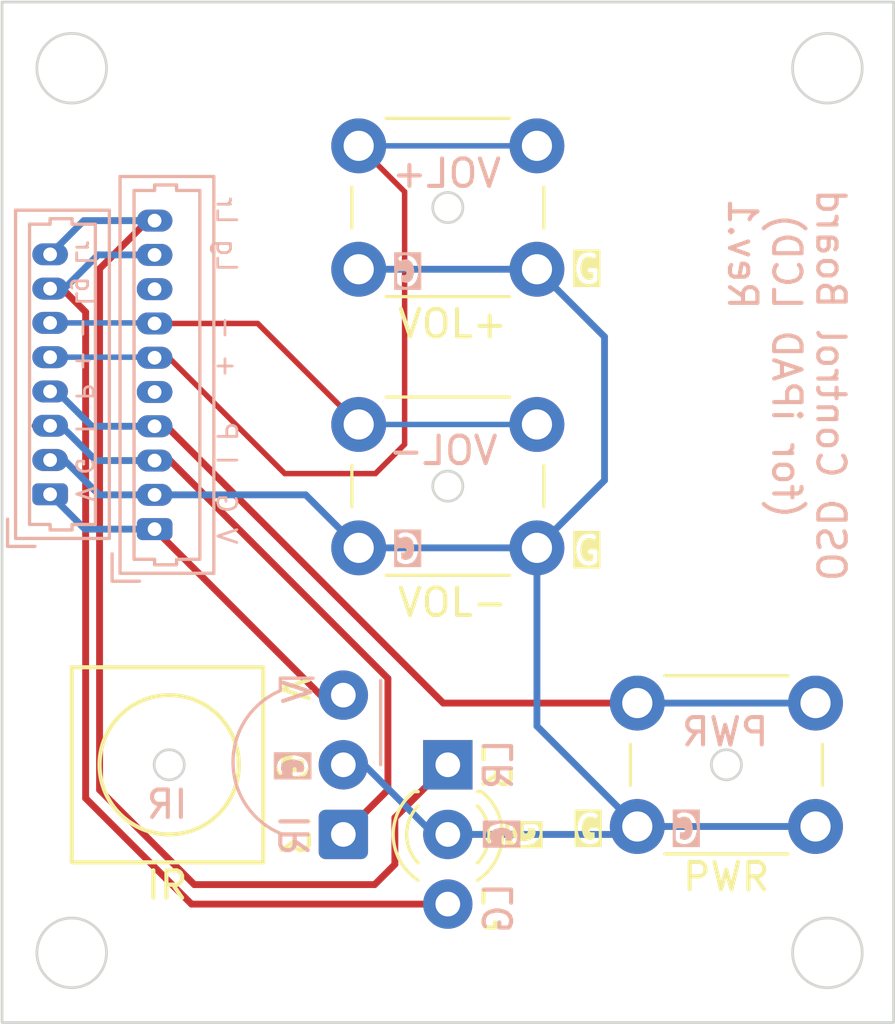
<source format=kicad_pcb>
(kicad_pcb (version 20221018) (generator pcbnew)
  (title_block (title "IPAD OSD Control Board") (rev "1"))
  (layers (0 "F.Cu" signal) (31 "B.Cu" signal) (34 "B.Paste" user) (35 "F.Paste" user) (36 "B.SilkS" user "B.Silkscreen") (37 "F.SilkS" user "F.Silkscreen") (38 "B.Mask" user) (39 "F.Mask" user) (44 "Edge.Cuts" user))
  (net 0 "")
  (net 1 "/LED_R")
  (net 2 "/GND")
  (net 3 "/LED_G")
  (net 4 "/VCC")
  (net 5 "/IR")
  (net 6 "/PWR")
  (net 7 "/VOL+")
  (net 8 "/VOL-")
  (footprint "Button_Switch_THT:SW_PUSH_6mm" (layer "F.Cu") (at 135.18 99.35)
    (fp_text reference "SW1" hide)
    (fp_text value "SW_Push" hide)
    (fp_line (start -0.25 1.5) (end -0.25 3) (stroke (width 0.12)) (layer "F.SilkS"))
    (fp_line (start 1 5.5) (end 5.5 5.5) (stroke (width 0.12)) (layer "F.SilkS"))
    (fp_line (start 5.5 -1) (end 1 -1) (stroke (width 0.12)) (layer "F.SilkS"))
    (fp_line (start 6.75 3) (end 6.75 1.5) (stroke (width 0.12)) (layer "F.SilkS"))
    (pad "1" thru_hole circle (at 0 0 90) (size 2 2) (drill 1.1) (layers "*.Cu" "*.Mask") (net 6 "/PWR"))
    (pad "1" thru_hole circle (at 6.5 0 90) (size 2 2) (drill 1.1) (layers "*.Cu" "*.Mask") (net 6 "/PWR"))
    (pad "2" thru_hole circle (at 0 4.5 90) (size 2 2) (drill 1.1) (layers "*.Cu" "*.Mask") (net 2 "/GND"))
    (pad "2" thru_hole circle (at 6.5 4.5 90) (size 2 2) (drill 1.1) (layers "*.Cu" "*.Mask") (net 2 "/GND"))
  )
  (footprint "Button_Switch_THT:SW_PUSH_6mm" (layer "F.Cu") (at 125.02 79.03)
    (fp_text reference "SW2" hide)
    (fp_text value "SW_Push" hide)
    (fp_line (start -0.25 1.5) (end -0.25 3) (stroke (width 0.12)) (layer "F.SilkS"))
    (fp_line (start 1 5.5) (end 5.5 5.5) (stroke (width 0.12)) (layer "F.SilkS"))
    (fp_line (start 5.5 -1) (end 1 -1) (stroke (width 0.12)) (layer "F.SilkS"))
    (fp_line (start 6.75 3) (end 6.75 1.5) (stroke (width 0.12)) (layer "F.SilkS"))
    (pad "1" thru_hole circle (at 0 0 90) (size 2 2) (drill 1.1) (layers "*.Cu" "*.Mask") (net 7 "/VOL+"))
    (pad "1" thru_hole circle (at 6.5 0 90) (size 2 2) (drill 1.1) (layers "*.Cu" "*.Mask") (net 7 "/VOL+"))
    (pad "2" thru_hole circle (at 0 4.5 90) (size 2 2) (drill 1.1) (layers "*.Cu" "*.Mask") (net 2 "/GND"))
    (pad "2" thru_hole circle (at 6.5 4.5 90) (size 2 2) (drill 1.1) (layers "*.Cu" "*.Mask") (net 2 "/GND"))
  )
  (footprint "LED_THT:LED_D3.0mm-3" (layer "F.Cu") (at 128.27 101.6 -90)
    (fp_text reference "D1" hide)
    (fp_text value "LED_Dual_AKA" hide)
    (fp_line (start 0.98 -1.236) (end 0.98 -1.08) (stroke (width 0.12)) (layer "F.SilkS"))
    (fp_line (start 0.98 1.08) (end 0.98 1.236) (stroke (width 0.12)) (layer "F.SilkS"))
    (fp_arc (start 0.98 -1.235516) (mid 2.636487 -1.987659) (end 4.212335 -1.078608) (stroke (width 0.12)) (layer "F.SilkS"))
    (fp_arc (start 1.499039 -1.08) (mid 2.540117 -1.5) (end 3.58113 -1.079837) (stroke (width 0.12)) (layer "F.SilkS"))
    (fp_arc (start 3.58113 1.079837) (mid 2.540117 1.5) (end 1.499039 1.08) (stroke (width 0.12)) (layer "F.SilkS"))
    (fp_arc (start 4.212335 1.078608) (mid 2.636487 1.987659) (end 0.98 1.235516) (stroke (width 0.12)) (layer "F.SilkS"))
    (pad "1" thru_hole rect (at 0 0 270) (size 1.8 1.8) (drill 0.9) (layers "*.Cu" "*.Mask") (net 1 "/LED_R"))
    (pad "2" thru_hole circle (at 2.54 0 270) (size 1.8 1.8) (drill 0.9) (layers "*.Cu" "*.Mask") (net 2 "/GND"))
    (pad "3" thru_hole circle (at 5.08 0 270) (size 1.8 1.8) (drill 0.9) (layers "*.Cu" "*.Mask") (net 3 "/LED_G"))
  )
  (footprint "Button_Switch_THT:SW_PUSH_6mm" (layer "F.Cu") (at 125.02 89.19)
    (fp_text reference "SW3" hide)
    (fp_text value "SW_Push" hide)
    (fp_line (start -0.25 1.5) (end -0.25 3) (stroke (width 0.12)) (layer "F.SilkS"))
    (fp_line (start 1 5.5) (end 5.5 5.5) (stroke (width 0.12)) (layer "F.SilkS"))
    (fp_line (start 5.5 -1) (end 1 -1) (stroke (width 0.12)) (layer "F.SilkS"))
    (fp_line (start 6.75 3) (end 6.75 1.5) (stroke (width 0.12)) (layer "F.SilkS"))
    (pad "1" thru_hole circle (at 0 0 90) (size 2 2) (drill 1.1) (layers "*.Cu" "*.Mask") (net 8 "/VOL-"))
    (pad "1" thru_hole circle (at 6.5 0 90) (size 2 2) (drill 1.1) (layers "*.Cu" "*.Mask") (net 8 "/VOL-"))
    (pad "2" thru_hole circle (at 0 4.5 90) (size 2 2) (drill 1.1) (layers "*.Cu" "*.Mask") (net 2 "/GND"))
    (pad "2" thru_hole circle (at 6.5 4.5 90) (size 2 2) (drill 1.1) (layers "*.Cu" "*.Mask") (net 2 "/GND"))
  )
  (footprint "Connector_Molex:Molex_PicoBlade_53047-1010_1x10_P1.25mm_Vertical" (layer "B.Cu") (at 117.5766 93.0069 90)
    (fp_text reference "J2" hide)
    (fp_text value "Conn_01x10_Pin" hide)
    (fp_line (start -1.9 -1.55) (end -1.9 -0.55) (stroke (width 0.12)) (layer "B.SilkS"))
    (fp_line (start -1.9 -1.55) (end -0.9 -1.55) (stroke (width 0.12)) (layer "B.SilkS"))
    (fp_line (start -1.61 -1.26) (end 12.86 -1.26) (stroke (width 0.12)) (layer "B.SilkS"))
    (fp_line (start -1.61 2.16) (end -1.61 -1.26) (stroke (width 0.12)) (layer "B.SilkS"))
    (fp_line (start -1.3 0) (end -1.3 0.8) (stroke (width 0.12)) (layer "B.SilkS"))
    (fp_line (start -1.3 0.8) (end -1.1 0.8) (stroke (width 0.12)) (layer "B.SilkS"))
    (fp_line (start -1.1 -0.75) (end -1.1 0) (stroke (width 0.12)) (layer "B.SilkS"))
    (fp_line (start -1.1 0) (end -1.3 0) (stroke (width 0.12)) (layer "B.SilkS"))
    (fp_line (start -1.1 0.8) (end -1.1 1.65) (stroke (width 0.12)) (layer "B.SilkS"))
    (fp_line (start -1.1 1.65) (end 5.625 1.65) (stroke (width 0.12)) (layer "B.SilkS"))
    (fp_line (start 5.625 -0.75) (end -1.1 -0.75) (stroke (width 0.12)) (layer "B.SilkS"))
    (fp_line (start 5.625 -0.75) (end 12.35 -0.75) (stroke (width 0.12)) (layer "B.SilkS"))
    (fp_line (start 12.35 -0.75) (end 12.35 0) (stroke (width 0.12)) (layer "B.SilkS"))
    (fp_line (start 12.35 0) (end 12.55 0) (stroke (width 0.12)) (layer "B.SilkS"))
    (fp_line (start 12.35 0.8) (end 12.35 1.65) (stroke (width 0.12)) (layer "B.SilkS"))
    (fp_line (start 12.35 1.65) (end 5.625 1.65) (stroke (width 0.12)) (layer "B.SilkS"))
    (fp_line (start 12.55 0) (end 12.55 0.8) (stroke (width 0.12)) (layer "B.SilkS"))
    (fp_line (start 12.55 0.8) (end 12.35 0.8) (stroke (width 0.12)) (layer "B.SilkS"))
    (fp_line (start 12.86 -1.26) (end 12.86 2.16) (stroke (width 0.12)) (layer "B.SilkS"))
    (fp_line (start 12.86 2.16) (end -1.61 2.16) (stroke (width 0.12)) (layer "B.SilkS"))
    (pad "1" thru_hole roundrect (at 0 0 90) (size 0.8 1.3) (drill 0.5) (layers "*.Cu" "*.Mask") (net 4 "/VCC"))
    (pad "2" thru_hole oval (at 1.25 0 90) (size 0.8 1.3) (drill 0.5) (layers "*.Cu" "*.Mask") (net 2 "/GND"))
    (pad "3" thru_hole oval (at 2.5 0 90) (size 0.8 1.3) (drill 0.5) (layers "*.Cu" "*.Mask") (net 5 "/IR"))
    (pad "4" thru_hole oval (at 3.75 0 90) (size 0.8 1.3) (drill 0.5) (layers "*.Cu" "*.Mask") (net 6 "/PWR"))
    (pad "5" thru_hole oval (at 5 0 90) (size 0.8 1.3) (drill 0.5) (layers "*.Cu" "*.Mask"))
    (pad "6" thru_hole oval (at 6.25 0 90) (size 0.8 1.3) (drill 0.5) (layers "*.Cu" "*.Mask") (net 7 "/VOL+"))
    (pad "7" thru_hole oval (at 7.5 0 90) (size 0.8 1.3) (drill 0.5) (layers "*.Cu" "*.Mask") (net 8 "/VOL-"))
    (pad "8" thru_hole oval (at 8.75 0 90) (size 0.8 1.3) (drill 0.5) (layers "*.Cu" "*.Mask"))
    (pad "9" thru_hole oval (at 10 0 90) (size 0.8 1.3) (drill 0.5) (layers "*.Cu" "*.Mask") (net 3 "/LED_G"))
    (pad "10" thru_hole oval (at 11.25 0 90) (size 0.8 1.3) (drill 0.5) (layers "*.Cu" "*.Mask") (net 1 "/LED_R"))
  )
  (footprint "OptoDevice:Vishay_MOLD-3Pin" (layer "B.Cu") (at 124.46 104.14 90)
    (fp_text reference "U1" hide)
    (fp_text value "TSOP41xx")
    (fp_line (start 0.04 -2.3) (end -0.18 -2.3) (stroke (width 0.12)) (layer "B.SilkS"))
    (fp_line (start 5.62 1.36) (end 2.54 1.36) (stroke (width 0.12)) (layer "B.SilkS"))
    (fp_line (start 5.7 -2.3) (end 5.24 -2.3) (stroke (width 0.12)) (layer "B.SilkS"))
    (fp_line (start 5.7 -2.3) (end 5.7 -1.1) (stroke (width 0.12)) (layer "B.SilkS"))
    (fp_arc (start 0.04 -2.3) (mid 2.64 -4.023119) (end 5.24 -2.3) (stroke (width 0.12)) (layer "B.SilkS"))
    (pad "1" thru_hole roundrect (at 0 0 90) (size 1.8 1.8) (drill 0.9) (layers "*.Cu" "*.Mask") (roundrect_rratio 0.138) (net 5 "/IR"))
    (pad "2" thru_hole circle (at 2.54 0 90) (size 1.8 1.8) (drill 0.9) (layers "*.Cu" "*.Mask") (net 2 "/GND"))
    (pad "3" thru_hole circle (at 5.08 0 90) (size 1.8 1.8) (drill 0.9) (layers "*.Cu" "*.Mask") (net 4 "/VCC"))
  )
  (footprint "Connector_Molex:Molex_PicoBlade_53047-0810_1x08_P1.25mm_Vertical" (layer "B.Cu") (at 113.7666 91.7369 90)
    (fp_text reference "J1" hide)
    (fp_text value "Conn_01x08_Pin" hide)
    (fp_line (start -1.9 -1.55) (end -1.9 -0.55) (stroke (width 0.12)) (layer "B.SilkS"))
    (fp_line (start -1.9 -1.55) (end -0.9 -1.55) (stroke (width 0.12)) (layer "B.SilkS"))
    (fp_line (start -1.61 -1.26) (end 10.36 -1.26) (stroke (width 0.12)) (layer "B.SilkS"))
    (fp_line (start -1.61 2.16) (end -1.61 -1.26) (stroke (width 0.12)) (layer "B.SilkS"))
    (fp_line (start -1.3 0) (end -1.3 0.8) (stroke (width 0.12)) (layer "B.SilkS"))
    (fp_line (start -1.3 0.8) (end -1.1 0.8) (stroke (width 0.12)) (layer "B.SilkS"))
    (fp_line (start -1.1 -0.75) (end -1.1 0) (stroke (width 0.12)) (layer "B.SilkS"))
    (fp_line (start -1.1 0) (end -1.3 0) (stroke (width 0.12)) (layer "B.SilkS"))
    (fp_line (start -1.1 0.8) (end -1.1 1.65) (stroke (width 0.12)) (layer "B.SilkS"))
    (fp_line (start -1.1 1.65) (end 4.375 1.65) (stroke (width 0.12)) (layer "B.SilkS"))
    (fp_line (start 4.375 -0.75) (end -1.1 -0.75) (stroke (width 0.12)) (layer "B.SilkS"))
    (fp_line (start 4.375 -0.75) (end 9.85 -0.75) (stroke (width 0.12)) (layer "B.SilkS"))
    (fp_line (start 9.85 -0.75) (end 9.85 0) (stroke (width 0.12)) (layer "B.SilkS"))
    (fp_line (start 9.85 0) (end 10.05 0) (stroke (width 0.12)) (layer "B.SilkS"))
    (fp_line (start 9.85 0.8) (end 9.85 1.65) (stroke (width 0.12)) (layer "B.SilkS"))
    (fp_line (start 9.85 1.65) (end 4.375 1.65) (stroke (width 0.12)) (layer "B.SilkS"))
    (fp_line (start 10.05 0) (end 10.05 0.8) (stroke (width 0.12)) (layer "B.SilkS"))
    (fp_line (start 10.05 0.8) (end 9.85 0.8) (stroke (width 0.12)) (layer "B.SilkS"))
    (fp_line (start 10.36 -1.26) (end 10.36 2.16) (stroke (width 0.12)) (layer "B.SilkS"))
    (fp_line (start 10.36 2.16) (end -1.61 2.16) (stroke (width 0.12)) (layer "B.SilkS"))
    (pad "1" thru_hole roundrect (at 0 0 90) (size 0.8 1.3) (drill 0.5) (layers "*.Cu" "*.Mask") (net 4 "/VCC"))
    (pad "2" thru_hole oval (at 1.25 0 90) (size 0.8 1.3) (drill 0.5) (layers "*.Cu" "*.Mask") (net 2 "/GND"))
    (pad "3" thru_hole oval (at 2.5 0 90) (size 0.8 1.3) (drill 0.5) (layers "*.Cu" "*.Mask") (net 5 "/IR"))
    (pad "4" thru_hole oval (at 3.75 0 90) (size 0.8 1.3) (drill 0.5) (layers "*.Cu" "*.Mask") (net 6 "/PWR"))
    (pad "5" thru_hole oval (at 5 0 90) (size 0.8 1.3) (drill 0.5) (layers "*.Cu" "*.Mask") (net 7 "/VOL+"))
    (pad "6" thru_hole oval (at 6.25 0 90) (size 0.8 1.3) (drill 0.5) (layers "*.Cu" "*.Mask") (net 8 "/VOL-"))
    (pad "7" thru_hole oval (at 7.5 0 90) (size 0.8 1.3) (drill 0.5) (layers "*.Cu" "*.Mask") (net 3 "/LED_G"))
    (pad "8" thru_hole oval (at 8.75 0 90) (size 0.8 1.3) (drill 0.5) (layers "*.Cu" "*.Mask") (net 1 "/LED_R"))
  )
  (gr_rect (start 114.554 98.044) (end 121.539 105.156) (stroke (width 0.15)) (fill none) (layer "F.SilkS"))
  (gr_circle (center 118.11 101.6) (end 120.65 101.6) (stroke (width 0.15)) (fill none) (layer "F.SilkS"))
  (gr_circle (center 114.554 108.458) (end 115.824 108.458) (stroke (width 0.1)) (fill none) (layer "Edge.Cuts"))
  (gr_circle (center 128.27 81.28) (end 128.82 81.28) (stroke (width 0.1)) (fill none) (layer "Edge.Cuts"))
  (gr_circle (center 142.113 76.2) (end 143.383 76.2) (stroke (width 0.1)) (fill none) (layer "Edge.Cuts"))
  (gr_circle (center 128.27 91.44) (end 128.82 91.44) (stroke (width 0.1)) (fill none) (layer "Edge.Cuts"))
  (gr_circle (center 118.11 101.6) (end 118.66 101.6) (stroke (width 0.1)) (fill none) (layer "Edge.Cuts"))
  (gr_circle (center 114.554 76.2) (end 115.824 76.2) (stroke (width 0.1)) (fill none) (layer "Edge.Cuts"))
  (gr_circle (center 142.113 108.458) (end 143.383 108.458) (stroke (width 0.1)) (fill none) (layer "Edge.Cuts"))
  (gr_circle (center 138.43 101.6) (end 138.98 101.6) (stroke (width 0.1)) (fill none) (layer "Edge.Cuts"))
  (gr_rect (start 112.014 73.787) (end 144.526 110.998) (stroke (width 0.1)) (fill none) (layer "Edge.Cuts"))
  (gr_text "VOL-" (at 130.175 90.7288) (layer "B.SilkS") (effects (font (size 1 1)) (justify left bottom mirror)))
  (gr_text "LR" (at 130.7084 100.584 90) (layer "B.SilkS") (effects (font (size 1 1)) (justify left bottom mirror)))
  (gr_text "OSD Control Board\n   (for iPAD LCD)\n             Rev.1" (at 138.43 94.996 270) (layer "B.SilkS") (effects (font (size 1 1)) (justify left bottom mirror)))
  (gr_text "V G  I  P + - Lg Lr" (at 114.6556 92.0496 270) (layer "B.SilkS") (effects (font (size 0.6 0.6) (thickness 0.1)) (justify left bottom mirror)))
  (gr_text "IR" (at 123.2916 103.3272 90) (layer "B.SilkS") (effects (font (size 1 1)) (justify left bottom mirror)))
  (gr_text "V G  I P   + -   Lg Lr" (at 119.7864 93.6244 270) (layer "B.SilkS") (effects (font (size 0.7 0.7) (thickness 0.1)) (justify left bottom mirror)))
  (gr_text "G" (at 137.5664 104.5464) (layer "B.SilkS" knockout) (effects (font (size 1 1)) (justify left bottom mirror)))
  (gr_text "G" (at 130.8608 103.5304 90) (layer "B.SilkS" knockout) (effects (font (size 1 1)) (justify left bottom mirror)))
  (gr_text "PWR" (at 140.0556 100.9904) (layer "B.SilkS") (effects (font (size 1 1)) (justify left bottom mirror)))
  (gr_text "G" (at 127.4064 94.3356) (layer "B.SilkS" knockout) (effects (font (size 1 1)) (justify left bottom mirror)))
  (gr_text "VOL+" (at 130.302 80.6196) (layer "B.SilkS") (effects (font (size 1 1)) (justify left bottom mirror)))
  (gr_text "LG" (at 130.7084 105.8164 90) (layer "B.SilkS") (effects (font (size 1 1)) (justify left bottom mirror)))
  (gr_text "G" (at 127.4064 84.2264) (layer "B.SilkS" knockout) (effects (font (size 1 1)) (justify left bottom mirror)))
  (gr_text "V" (at 123.3932 99.4664 90) (layer "B.SilkS") (effects (font (size 1 1)) (justify left bottom)))
  (gr_text "IR" (at 118.872 103.632) (layer "B.SilkS") (effects (font (size 1 1)) (justify left bottom mirror)))
  (gr_text "G" (at 123.2408 101.0412 90) (layer "B.SilkS" knockout) (effects (font (size 1 1)) (justify left bottom mirror)))
  (gr_text "V" (at 122.0724 99.3648 -90) (layer "F.SilkS") (effects (font (size 1 1)) (justify left bottom mirror)))
  (gr_text "G" (at 132.7404 84.1248) (layer "F.SilkS" knockout) (effects (font (size 1 1)) (justify left bottom)))
  (gr_text "G" (at 131.6736 104.7496 90) (layer "F.SilkS" knockout) (effects (font (size 1 1)) (justify left bottom)))
  (gr_text "LR" (at 129.4384 100.584 -90) (layer "F.SilkS") (effects (font (size 1 1)) (justify left bottom)))
  (gr_text "G" (at 123.2408 102.235 90) (layer "F.SilkS" knockout) (effects (font (size 1 1)) (justify left bottom)))
  (gr_text "IR" (at 122.0724 103.3272 -90) (layer "F.SilkS") (effects (font (size 1 1)) (justify left bottom)))
  (gr_text "G" (at 132.7404 94.3864) (layer "F.SilkS" knockout) (effects (font (size 1 1)) (justify left bottom)))
  (gr_text "PWR" (at 136.7536 106.2736) (layer "F.SilkS") (effects (font (size 1 1)) (justify left bottom)))
  (gr_text "IR" (at 117.1956 106.5784) (layer "F.SilkS") (effects (font (size 1 1)) (justify left bottom)))
  (gr_text "LG" (at 129.4384 105.812335 -90) (layer "F.SilkS") (effects (font (size 1 1)) (justify left bottom)))
  (gr_text "VOL+" (at 126.365 86.106) (layer "F.SilkS") (effects (font (size 1 1)) (justify left bottom)))
  (gr_text "VOL-" (at 126.365 96.266) (layer "F.SilkS") (effects (font (size 1 1)) (justify left bottom)))
  (gr_text "G" (at 132.7912 104.5464) (layer "F.SilkS" knockout) (effects (font (size 1 1)) (justify left bottom)))
  (segment (start 126.3396 105.2322) (end 126.3396 103.5304) (width 0.25) (layer "F.Cu") (net 1))
  (segment (start 115.57 102.5144) (end 119.0244 105.9688) (width 0.25) (layer "F.Cu") (net 1))
  (segment (start 125.603 105.9688) (end 126.3396 105.2322) (width 0.25) (layer "F.Cu") (net 1))
  (segment (start 119.0244 105.9688) (end 125.603 105.9688) (width 0.25) (layer "F.Cu") (net 1))
  (segment (start 115.57 83.5135) (end 115.57 102.5144) (width 0.25) (layer "F.Cu") (net 1))
  (segment (start 117.3266 81.7569) (end 115.57 83.5135) (width 0.25) (layer "F.Cu") (net 1))
  (segment (start 117.5766 81.7569) (end 117.3266 81.7569) (width 0.25) (layer "F.Cu") (net 1))
  (segment (start 126.3396 103.5304) (end 128.27 101.6) (width 0.25) (layer "F.Cu") (net 1))
  (segment (start 114.9966 81.7569) (end 117.5766 81.7569) (width 0.25) (layer "B.Cu") (net 1))
  (segment (start 113.7666 82.9869) (end 114.9966 81.7569) (width 0.25) (layer "B.Cu") (net 1))
  (segment (start 134.89 104.14) (end 135.18 103.85) (width 0.25) (layer "B.Cu") (net 2))
  (segment (start 135.18 103.85) (end 131.52 100.19) (width 0.25) (layer "B.Cu") (net 2))
  (segment (start 133.985 91.225) (end 131.52 93.69) (width 0.25) (layer "B.Cu") (net 2))
  (segment (start 123.0869 91.7569) (end 125.02 93.69) (width 0.25) (layer "B.Cu") (net 2))
  (segment (start 115.5526 91.7569) (end 117.5766 91.7569) (width 0.25) (layer "B.Cu") (net 2))
  (segment (start 131.52 100.19) (end 131.52 93.69) (width 0.25) (layer "B.Cu") (net 2))
  (segment (start 113.7666 90.4869) (end 114.2826 90.4869) (width 0.25) (layer "B.Cu") (net 2))
  (segment (start 133.985 85.995) (end 133.985 91.225) (width 0.25) (layer "B.Cu") (net 2))
  (segment (start 131.52 83.53) (end 133.985 85.995) (width 0.25) (layer "B.Cu") (net 2))
  (segment (start 117.5766 91.7569) (end 123.0869 91.7569) (width 0.25) (layer "B.Cu") (net 2))
  (segment (start 114.2826 90.4869) (end 115.5526 91.7569) (width 0.25) (layer "B.Cu") (net 2))
  (segment (start 135.18 103.85) (end 141.68 103.85) (width 0.25) (layer "B.Cu") (net 2))
  (segment (start 127.762 104.14) (end 125.222 101.6) (width 0.25) (layer "B.Cu") (net 2))
  (segment (start 131.52 83.53) (end 125.02 83.53) (width 0.25) (layer "B.Cu") (net 2))
  (segment (start 128.27 104.14) (end 127.762 104.14) (width 0.25) (layer "B.Cu") (net 2))
  (segment (start 128.27 104.14) (end 134.89 104.14) (width 0.25) (layer "B.Cu") (net 2))
  (segment (start 125.222 101.6) (end 124.46 101.6) (width 0.25) (layer "B.Cu") (net 2))
  (segment (start 131.52 93.69) (end 125.02 93.69) (width 0.25) (layer "B.Cu") (net 2))
  (segment (start 128.27 106.68) (end 118.9228 106.68) (width 0.25) (layer "F.Cu") (net 3))
  (segment (start 114.2089 84.2369) (end 113.7666 84.2369) (width 0.25) (layer "F.Cu") (net 3))
  (segment (start 115.062 85.09) (end 114.2089 84.2369) (width 0.25) (layer "F.Cu") (net 3))
  (segment (start 115.062 102.8192) (end 115.062 85.09) (width 0.25) (layer "F.Cu") (net 3))
  (segment (start 118.9228 106.68) (end 115.062 102.8192) (width 0.25) (layer "F.Cu") (net 3))
  (segment (start 114.2816 84.2369) (end 115.5116 83.0069) (width 0.25) (layer "B.Cu") (net 3))
  (segment (start 113.7666 84.2369) (end 114.2816 84.2369) (width 0.25) (layer "B.Cu") (net 3))
  (segment (start 115.5116 83.0069) (end 117.5766 83.0069) (width 0.25) (layer "B.Cu") (net 3))
  (segment (start 123.6297 99.06) (end 117.5766 93.0069) (width 0.25) (layer "F.Cu") (net 4))
  (segment (start 124.46 99.06) (end 123.6297 99.06) (width 0.25) (layer "F.Cu") (net 4))
  (segment (start 113.7666 91.7369) (end 115.0366 93.0069) (width 0.25) (layer "B.Cu") (net 4))
  (segment (start 115.0366 93.0069) (end 117.5766 93.0069) (width 0.25) (layer "B.Cu") (net 4))
  (segment (start 124.46 104.14) (end 126.0856 102.5144) (width 0.25) (layer "F.Cu") (net 5))
  (segment (start 118.1421 90.5069) (end 117.5766 90.5069) (width 0.25) (layer "F.Cu") (net 5))
  (segment (start 113.7666 89.2369) (end 113.2186 89.2369) (width 0.25) (layer "F.Cu") (net 5))
  (segment (start 126.0856 102.5144) (end 126.0856 98.4504) (width 0.25) (layer "F.Cu") (net 5))
  (segment (start 126.0856 98.4504) (end 118.1421 90.5069) (width 0.25) (layer "F.Cu") (net 5))
  (segment (start 114.1656 89.2369) (end 115.4356 90.5069) (width 0.25) (layer "B.Cu") (net 5))
  (segment (start 115.4356 90.5069) (end 117.5766 90.5069) (width 0.25) (layer "B.Cu") (net 5))
  (segment (start 113.7666 89.2369) (end 114.1656 89.2369) (width 0.25) (layer "B.Cu") (net 5))
  (segment (start 118.0097 89.2569) (end 128.1028 99.35) (width 0.25) (layer "F.Cu") (net 6))
  (segment (start 128.1028 99.35) (end 135.18 99.35) (width 0.25) (layer "F.Cu") (net 6))
  (segment (start 117.5766 89.2569) (end 118.0097 89.2569) (width 0.25) (layer "F.Cu") (net 6))
  (segment (start 135.18 99.35) (end 141.68 99.35) (width 0.25) (layer "B.Cu") (net 6))
  (segment (start 113.7666 87.9869) (end 114.0166 87.9869) (width 0.25) (layer "B.Cu") (net 6))
  (segment (start 114.0166 87.9869) (end 115.2866 89.2569) (width 0.25) (layer "B.Cu") (net 6))
  (segment (start 115.2866 89.2569) (end 117.5766 89.2569) (width 0.25) (layer "B.Cu") (net 6))
  (segment (start 113.7666 86.7369) (end 113.3386 86.7369) (width 0.2) (layer "F.Cu") (net 7))
  (segment (start 126.6952 80.7052) (end 125.02 79.03) (width 0.2) (layer "F.Cu") (net 7))
  (segment (start 117.5766 86.7569) (end 118.1005 86.7569) (width 0.2) (layer "F.Cu") (net 7))
  (segment (start 118.1005 86.7569) (end 122.3264 90.9828) (width 0.2) (layer "F.Cu") (net 7))
  (segment (start 125.6284 90.9828) (end 126.6952 89.916) (width 0.2) (layer "F.Cu") (net 7))
  (segment (start 126.6952 89.916) (end 126.6952 80.7052) (width 0.2) (layer "F.Cu") (net 7))
  (segment (start 122.3264 90.9828) (end 125.6284 90.9828) (width 0.2) (layer "F.Cu") (net 7))
  (segment (start 125.02 79.03) (end 131.52 79.03) (width 0.2) (layer "B.Cu") (net 7))
  (segment (start 113.7666 86.7369) (end 117.5566 86.7369) (width 0.2) (layer "B.Cu") (net 7))
  (segment (start 117.5566 86.7369) (end 117.5766 86.7569) (width 0.2) (layer "B.Cu") (net 7))
  (segment (start 117.5766 85.5069) (end 121.3369 85.5069) (width 0.2) (layer "F.Cu") (net 8))
  (segment (start 121.3369 85.5069) (end 125.02 89.19) (width 0.2) (layer "F.Cu") (net 8))
  (segment (start 125.02 89.19) (end 131.52 89.19) (width 0.2) (layer "B.Cu") (net 8))
  (segment (start 113.7666 85.4869) (end 117.5566 85.4869) (width 0.2) (layer "B.Cu") (net 8))
  (segment (start 117.5566 85.4869) (end 117.5766 85.5069) (width 0.2) (layer "B.Cu") (net 8))
)
</source>
